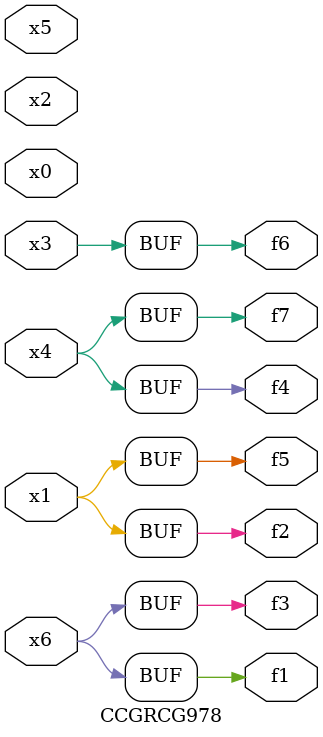
<source format=v>
module CCGRCG978(
	input x0, x1, x2, x3, x4, x5, x6,
	output f1, f2, f3, f4, f5, f6, f7
);
	assign f1 = x6;
	assign f2 = x1;
	assign f3 = x6;
	assign f4 = x4;
	assign f5 = x1;
	assign f6 = x3;
	assign f7 = x4;
endmodule

</source>
